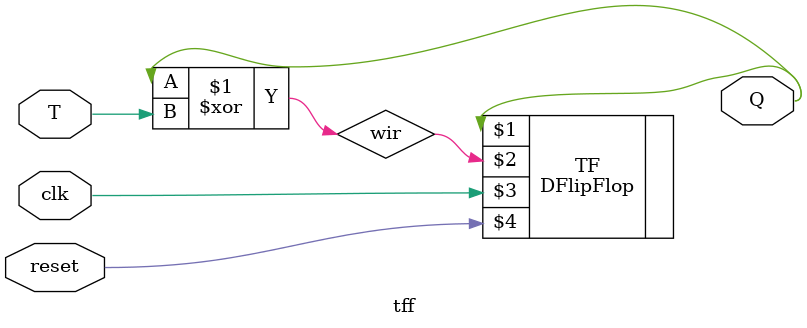
<source format=v>
`timescale 1ns / 1ps
module tff(Q, T, clk, reset);
output Q;
input T,clk,reset;
wire wir;
assign wir = Q^T;
DFlipFlop TF(Q,wir,clk,reset);
endmodule

</source>
